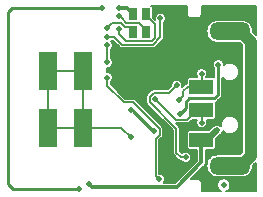
<source format=gbl>
G04 #@! TF.GenerationSoftware,KiCad,Pcbnew,5.1.6-c6e7f7d~86~ubuntu18.04.1*
G04 #@! TF.CreationDate,2020-06-25T15:29:40+02:00*
G04 #@! TF.ProjectId,nk-fido2,6e6b2d66-6964-46f3-922e-6b696361645f,R5*
G04 #@! TF.SameCoordinates,Original*
G04 #@! TF.FileFunction,Copper,L2,Bot*
G04 #@! TF.FilePolarity,Positive*
%FSLAX46Y46*%
G04 Gerber Fmt 4.6, Leading zero omitted, Abs format (unit mm)*
G04 Created by KiCad (PCBNEW 5.1.6-c6e7f7d~86~ubuntu18.04.1) date 2020-06-25 15:29:40*
%MOMM*%
%LPD*%
G01*
G04 APERTURE LIST*
G04 #@! TA.AperFunction,SMDPad,CuDef*
%ADD10R,1.500000X3.200000*%
G04 #@! TD*
G04 #@! TA.AperFunction,SMDPad,CuDef*
%ADD11R,1.998980X1.198880*%
G04 #@! TD*
G04 #@! TA.AperFunction,ComponentPad*
%ADD12O,3.500120X1.501140*%
G04 #@! TD*
G04 #@! TA.AperFunction,SMDPad,CuDef*
%ADD13R,0.800000X1.000000*%
G04 #@! TD*
G04 #@! TA.AperFunction,SMDPad,CuDef*
%ADD14C,0.500000*%
G04 #@! TD*
G04 #@! TA.AperFunction,ViaPad*
%ADD15C,0.500000*%
G04 #@! TD*
G04 #@! TA.AperFunction,Conductor*
%ADD16C,0.150000*%
G04 #@! TD*
G04 #@! TA.AperFunction,Conductor*
%ADD17C,1.000000*%
G04 #@! TD*
G04 #@! TA.AperFunction,Conductor*
%ADD18C,0.500000*%
G04 #@! TD*
G04 #@! TA.AperFunction,Conductor*
%ADD19C,0.300000*%
G04 #@! TD*
G04 #@! TA.AperFunction,Conductor*
%ADD20C,0.200000*%
G04 #@! TD*
G04 #@! TA.AperFunction,Conductor*
%ADD21C,0.254000*%
G04 #@! TD*
G04 #@! TA.AperFunction,Conductor*
%ADD22C,0.250000*%
G04 #@! TD*
G04 APERTURE END LIST*
D10*
X121589200Y-96705000D03*
X118589200Y-96705000D03*
X118589200Y-101465000D03*
X121589200Y-101465000D03*
D11*
X131599020Y-95512370D03*
X131599020Y-102512610D03*
X131599020Y-97996490D03*
X131599020Y-100013250D03*
D12*
X133999600Y-104712250D03*
X133999600Y-93312730D03*
D13*
X126879200Y-91860000D03*
X126879200Y-93360000D03*
X125779200Y-93360000D03*
X125779200Y-91860000D03*
D14*
X133479200Y-106350000D03*
D15*
X131629200Y-96900000D03*
X129669200Y-99145000D03*
X131629200Y-101050000D03*
X127710867Y-99088433D03*
X128029200Y-105835000D03*
X123629200Y-97235000D03*
X125602070Y-102307870D03*
X130279206Y-103985000D03*
X129516700Y-97885034D03*
X132929200Y-101700000D03*
X122049200Y-106265002D03*
X133029200Y-96150000D03*
X127579200Y-101785000D03*
X129829192Y-100284992D03*
X125679200Y-99985000D03*
X124629200Y-91324562D03*
X123629240Y-93799998D03*
X128139200Y-92215000D03*
X124626969Y-91984441D03*
X124629199Y-93160001D03*
X123634752Y-93018344D03*
X123629206Y-94500000D03*
X123629200Y-95934998D03*
X127659200Y-94975000D03*
X127659200Y-96125000D03*
X126499200Y-96125000D03*
X126499200Y-94975000D03*
X129529200Y-93150000D03*
X130829200Y-93350000D03*
X134879200Y-96185000D03*
X128809348Y-101785000D03*
X128204210Y-104485000D03*
X130020214Y-103354731D03*
X132629200Y-94485000D03*
X124515083Y-98099117D03*
X123209200Y-91355000D03*
X121259200Y-106635000D03*
D16*
X131629200Y-97966310D02*
X131599020Y-97996490D01*
X131629200Y-96900000D02*
X131629200Y-97966310D01*
X130449530Y-97996490D02*
X131599020Y-97996490D01*
X130039200Y-98406820D02*
X130449530Y-97996490D01*
X129669200Y-99145000D02*
X130039200Y-98775000D01*
X130039200Y-98775000D02*
X130039200Y-98406820D01*
X131629200Y-100043430D02*
X131599020Y-100013250D01*
X131629200Y-101050000D02*
X131629200Y-100043430D01*
X127960866Y-99338432D02*
X127710867Y-99088433D01*
X128279200Y-99656766D02*
X127960866Y-99338432D01*
X128407434Y-99785000D02*
X128279200Y-99656766D01*
X131198970Y-100013250D02*
X131599020Y-100013250D01*
X130417220Y-100795000D02*
X131198970Y-100013250D01*
X128279200Y-99656766D02*
X129417434Y-100795000D01*
X129417434Y-100795000D02*
X130417220Y-100795000D01*
X127729200Y-105535000D02*
X128029200Y-105835000D01*
X127729200Y-104885000D02*
X127729200Y-105535000D01*
X127729200Y-105035000D02*
X127729200Y-104885000D01*
X127729200Y-102435000D02*
X128079200Y-102085000D01*
X127729200Y-104885000D02*
X127729200Y-102435000D01*
X128079200Y-102085000D02*
X128079200Y-101585000D01*
X128079200Y-101585000D02*
X125829200Y-99335000D01*
X125729200Y-99335000D02*
X125029200Y-99335000D01*
X125729200Y-99335000D02*
X125079200Y-99335000D01*
X125829200Y-99335000D02*
X125729200Y-99335000D01*
X123629200Y-97935000D02*
X123629200Y-97235000D01*
X125029200Y-99335000D02*
X123629200Y-97935000D01*
X121876330Y-102307870D02*
X121819200Y-102365000D01*
X121802070Y-102307870D02*
X121649200Y-102155000D01*
X124759200Y-101465000D02*
X121589200Y-101465000D01*
X125602070Y-102307870D02*
X124759200Y-101465000D01*
X121589200Y-101465000D02*
X121589200Y-96705000D01*
X121589200Y-96705000D02*
X118589200Y-96705000D01*
X118589200Y-96705000D02*
X118589200Y-101465000D01*
X119489200Y-101465000D02*
X121589200Y-101465000D01*
X118589200Y-101465000D02*
X119489200Y-101465000D01*
X128876734Y-98525000D02*
X129516700Y-97885034D01*
X130224074Y-103985000D02*
X129870521Y-103985000D01*
X127559200Y-98525000D02*
X128876734Y-98525000D01*
X129479200Y-103593679D02*
X129479200Y-101559768D01*
X129870521Y-103985000D02*
X129479200Y-103593679D01*
X129479200Y-101559768D02*
X127235866Y-99316434D01*
X127235866Y-99316434D02*
X127235866Y-98848334D01*
X127235866Y-98848334D02*
X127559200Y-98525000D01*
X134316950Y-104712250D02*
X133999600Y-104712250D01*
X133999600Y-93312730D02*
X134441930Y-93312730D01*
D17*
X134916950Y-104712250D02*
X134316950Y-104712250D01*
X135779200Y-103850000D02*
X134916950Y-104712250D01*
X135779200Y-94200000D02*
X135779200Y-103850000D01*
X134441930Y-93312730D02*
X134891930Y-93312730D01*
X134891930Y-93312730D02*
X135779200Y-94200000D01*
D18*
X132116590Y-102512610D02*
X132929200Y-101700000D01*
D16*
X131599020Y-102512610D02*
X132116590Y-102512610D01*
D19*
X131599020Y-102512610D02*
X131599020Y-104415180D01*
X122299199Y-106515001D02*
X122049200Y-106265002D01*
X129499199Y-106515001D02*
X122299199Y-106515001D01*
X131599020Y-104415180D02*
X129499199Y-106515001D01*
X122079200Y-106295002D02*
X122049200Y-106265002D01*
D20*
X132979200Y-96150000D02*
X132979200Y-98735000D01*
D21*
X133029200Y-98685000D02*
X132879200Y-98835000D01*
X133029200Y-96150000D02*
X133029200Y-98685000D01*
D20*
X132979200Y-98735000D02*
X132879200Y-98835000D01*
D21*
X132879200Y-98835000D02*
X132729200Y-98985000D01*
D16*
X127479200Y-101785000D02*
X127579200Y-101785000D01*
D22*
X125779200Y-100035000D02*
X127490083Y-101745883D01*
X129829200Y-100285000D02*
X129829192Y-100284992D01*
X130079191Y-100034993D02*
X129829192Y-100284992D01*
X130279200Y-99834984D02*
X130079191Y-100034993D01*
X130279200Y-99295000D02*
X130279200Y-99834984D01*
X132729200Y-98985000D02*
X130589200Y-98985000D01*
X130589200Y-98985000D02*
X130279200Y-99295000D01*
D16*
X125779200Y-91785000D02*
X125779200Y-91860000D01*
D19*
X125729200Y-91785000D02*
X125779200Y-91785000D01*
X124629200Y-91324562D02*
X125268762Y-91324562D01*
X125268762Y-91324562D02*
X125729200Y-91785000D01*
D16*
X128139200Y-92568553D02*
X128139200Y-92215000D01*
X128139200Y-93829281D02*
X128139200Y-92568553D01*
X127508471Y-94460011D02*
X128139200Y-93829281D01*
X124904211Y-94460011D02*
X127508471Y-94460011D01*
X123629240Y-93799998D02*
X124244198Y-93799998D01*
X124244198Y-93799998D02*
X124904211Y-94460011D01*
X124876968Y-92234440D02*
X124626969Y-91984441D01*
X125252528Y-92610000D02*
X124876968Y-92234440D01*
X126279200Y-92610000D02*
X125252528Y-92610000D01*
X126879200Y-93360000D02*
X126879200Y-93210000D01*
X126879200Y-93210000D02*
X126279200Y-92610000D01*
X126879200Y-91960000D02*
X126879200Y-91860000D01*
X124629199Y-93559999D02*
X125229200Y-94160000D01*
X124629199Y-93160001D02*
X124629199Y-93559999D01*
X125229200Y-94160000D02*
X127384203Y-94160000D01*
X127384203Y-94160000D02*
X127654200Y-93890003D01*
X127654200Y-93890003D02*
X127654200Y-92735000D01*
X127654200Y-92735000D02*
X126879200Y-91960000D01*
X123634752Y-93018344D02*
X123884751Y-92768345D01*
X125132200Y-92960000D02*
X125779200Y-92960000D01*
X124782200Y-92610000D02*
X125132200Y-92960000D01*
X123634752Y-93018344D02*
X124043096Y-92610000D01*
X124043096Y-92610000D02*
X124782200Y-92610000D01*
X123629206Y-94500000D02*
X123629206Y-95934992D01*
X123629206Y-95934992D02*
X123629200Y-95934998D01*
D21*
X121259200Y-106635000D02*
X120789200Y-106635000D01*
X120789200Y-106635000D02*
X120719200Y-106705000D01*
X120719200Y-106705000D02*
X115689200Y-106705000D01*
X115689200Y-106705000D02*
X115209200Y-106225000D01*
X115209200Y-106225000D02*
X115209200Y-91685000D01*
X115539200Y-91355000D02*
X123209200Y-91355000D01*
X115209200Y-91685000D02*
X115539200Y-91355000D01*
D16*
G36*
X130375470Y-91886518D02*
G01*
X130374142Y-91900000D01*
X130379443Y-91953817D01*
X130395140Y-92005566D01*
X130406851Y-92027476D01*
X130420632Y-92053258D01*
X130454939Y-92095061D01*
X130496742Y-92129368D01*
X130544434Y-92154860D01*
X130596183Y-92170557D01*
X130650000Y-92175858D01*
X130663482Y-92174530D01*
X131336518Y-92174530D01*
X131350000Y-92175858D01*
X131363482Y-92174530D01*
X131403817Y-92170557D01*
X131455566Y-92154860D01*
X131503258Y-92129368D01*
X131545061Y-92095061D01*
X131579368Y-92053258D01*
X131604860Y-92005566D01*
X131620557Y-91953817D01*
X131625858Y-91900000D01*
X131624530Y-91886518D01*
X131624530Y-91149530D01*
X136225471Y-91149530D01*
X136225471Y-93620966D01*
X135973808Y-93369303D01*
X135979380Y-93312730D01*
X135960544Y-93121485D01*
X135904760Y-92937589D01*
X135814171Y-92768110D01*
X135692260Y-92619560D01*
X135543710Y-92497649D01*
X135374231Y-92407060D01*
X135190335Y-92351276D01*
X135047013Y-92337160D01*
X132952187Y-92337160D01*
X132808865Y-92351276D01*
X132624969Y-92407060D01*
X132455490Y-92497649D01*
X132306940Y-92619560D01*
X132185029Y-92768110D01*
X132094440Y-92937589D01*
X132038656Y-93121485D01*
X132019820Y-93312730D01*
X132038656Y-93503975D01*
X132094440Y-93687871D01*
X132185029Y-93857350D01*
X132306940Y-94005900D01*
X132455490Y-94127811D01*
X132624969Y-94218400D01*
X132808865Y-94274184D01*
X132952187Y-94288300D01*
X134842195Y-94288300D01*
X135054200Y-94500305D01*
X135054201Y-103549694D01*
X134867215Y-103736680D01*
X132952187Y-103736680D01*
X132808865Y-103750796D01*
X132624969Y-103806580D01*
X132455490Y-103897169D01*
X132306940Y-104019080D01*
X132185029Y-104167630D01*
X132094440Y-104337109D01*
X132038656Y-104521005D01*
X132019820Y-104712250D01*
X132038656Y-104903495D01*
X132094440Y-105087391D01*
X132185029Y-105256870D01*
X132306940Y-105405420D01*
X132455490Y-105527331D01*
X132624969Y-105617920D01*
X132808865Y-105673704D01*
X132952187Y-105687820D01*
X135047013Y-105687820D01*
X135190335Y-105673704D01*
X135374231Y-105617920D01*
X135543710Y-105527331D01*
X135692260Y-105405420D01*
X135814171Y-105256870D01*
X135904760Y-105087391D01*
X135960544Y-104903495D01*
X135979380Y-104712250D01*
X135976051Y-104678453D01*
X136225470Y-104429035D01*
X136225470Y-106875470D01*
X133713150Y-106875470D01*
X133751565Y-106859558D01*
X133845741Y-106796632D01*
X133925832Y-106716541D01*
X133988758Y-106622365D01*
X134032103Y-106517721D01*
X134054200Y-106406633D01*
X134054200Y-106293367D01*
X134032103Y-106182279D01*
X133988758Y-106077635D01*
X133925832Y-105983459D01*
X133845741Y-105903368D01*
X133751565Y-105840442D01*
X133646921Y-105797097D01*
X133535833Y-105775000D01*
X133422567Y-105775000D01*
X133311479Y-105797097D01*
X133206835Y-105840442D01*
X133112659Y-105903368D01*
X133032568Y-105983459D01*
X132969642Y-106077635D01*
X132926297Y-106182279D01*
X132904200Y-106293367D01*
X132904200Y-106406633D01*
X132926297Y-106517721D01*
X132969642Y-106622365D01*
X133032568Y-106716541D01*
X133112659Y-106796632D01*
X133206835Y-106859558D01*
X133245250Y-106875470D01*
X131624530Y-106875470D01*
X131624530Y-106113482D01*
X131625858Y-106100000D01*
X131620557Y-106046183D01*
X131604860Y-105994434D01*
X131579368Y-105946742D01*
X131545061Y-105904939D01*
X131503258Y-105870632D01*
X131455566Y-105845140D01*
X131403817Y-105829443D01*
X131363482Y-105825470D01*
X131350000Y-105824142D01*
X131336518Y-105825470D01*
X130719060Y-105825470D01*
X131851165Y-104693366D01*
X131865468Y-104681628D01*
X131877206Y-104667325D01*
X131877209Y-104667322D01*
X131912329Y-104624527D01*
X131947150Y-104559382D01*
X131951582Y-104544773D01*
X131968594Y-104488693D01*
X131974020Y-104433599D01*
X131974020Y-104433597D01*
X131975834Y-104415181D01*
X131974020Y-104396765D01*
X131974020Y-103338138D01*
X132598510Y-103338138D01*
X132642618Y-103333794D01*
X132685030Y-103320928D01*
X132724118Y-103300035D01*
X132758378Y-103271918D01*
X132786495Y-103237658D01*
X132807388Y-103198570D01*
X132820254Y-103156158D01*
X132824598Y-103112050D01*
X132824598Y-102476352D01*
X133281573Y-102019378D01*
X133298156Y-102002795D01*
X133311185Y-101983296D01*
X133326058Y-101965173D01*
X133337110Y-101944496D01*
X133350139Y-101924997D01*
X133359114Y-101903331D01*
X133370165Y-101882655D01*
X133376971Y-101860219D01*
X133385946Y-101838552D01*
X133390521Y-101815554D01*
X133397327Y-101793117D01*
X133399625Y-101769781D01*
X133401440Y-101760658D01*
X133505624Y-101864842D01*
X133632543Y-101949646D01*
X133773567Y-102008060D01*
X133923278Y-102037840D01*
X134075922Y-102037840D01*
X134225633Y-102008060D01*
X134366657Y-101949646D01*
X134493576Y-101864842D01*
X134601512Y-101756906D01*
X134686316Y-101629987D01*
X134744730Y-101488963D01*
X134774510Y-101339252D01*
X134774510Y-101186608D01*
X134744730Y-101036897D01*
X134686316Y-100895873D01*
X134601512Y-100768954D01*
X134493576Y-100661018D01*
X134366657Y-100576214D01*
X134225633Y-100517800D01*
X134075922Y-100488020D01*
X133923278Y-100488020D01*
X133773567Y-100517800D01*
X133632543Y-100576214D01*
X133505624Y-100661018D01*
X133397688Y-100768954D01*
X133312884Y-100895873D01*
X133254470Y-101036897D01*
X133224690Y-101186608D01*
X133224690Y-101326163D01*
X133212491Y-101318012D01*
X133194372Y-101303142D01*
X133173700Y-101292093D01*
X133154197Y-101279061D01*
X133132526Y-101270085D01*
X133111854Y-101259035D01*
X133089422Y-101252230D01*
X133067752Y-101243254D01*
X133044751Y-101238679D01*
X133022316Y-101231873D01*
X132998983Y-101229575D01*
X132975983Y-101225000D01*
X132952532Y-101225000D01*
X132929199Y-101222702D01*
X132905867Y-101225000D01*
X132882417Y-101225000D01*
X132859419Y-101229575D01*
X132836083Y-101231873D01*
X132813646Y-101238679D01*
X132790648Y-101243254D01*
X132768981Y-101252229D01*
X132746545Y-101259035D01*
X132725869Y-101270086D01*
X132704203Y-101279061D01*
X132684704Y-101292090D01*
X132664027Y-101303142D01*
X132645904Y-101318015D01*
X132626405Y-101331044D01*
X132270367Y-101687082D01*
X130599530Y-101687082D01*
X130555422Y-101691426D01*
X130513010Y-101704292D01*
X130473922Y-101725185D01*
X130439662Y-101753302D01*
X130411545Y-101787562D01*
X130390652Y-101826650D01*
X130377786Y-101869062D01*
X130373442Y-101913170D01*
X130373442Y-103112050D01*
X130377786Y-103156158D01*
X130390652Y-103198570D01*
X130411545Y-103237658D01*
X130439662Y-103271918D01*
X130473922Y-103300035D01*
X130513010Y-103320928D01*
X130555422Y-103333794D01*
X130599530Y-103338138D01*
X131224020Y-103338138D01*
X131224021Y-104259848D01*
X129343870Y-106140001D01*
X128395950Y-106140001D01*
X128398156Y-106137795D01*
X128450139Y-106059997D01*
X128485946Y-105973552D01*
X128504200Y-105881783D01*
X128504200Y-105788217D01*
X128485946Y-105696448D01*
X128450139Y-105610003D01*
X128398156Y-105532205D01*
X128331995Y-105466044D01*
X128254197Y-105414061D01*
X128167752Y-105378254D01*
X128075983Y-105360000D01*
X128029200Y-105360000D01*
X128029200Y-102559264D01*
X128280922Y-102307543D01*
X128292358Y-102298158D01*
X128301744Y-102286721D01*
X128301750Y-102286715D01*
X128329847Y-102252478D01*
X128357704Y-102200361D01*
X128365918Y-102173282D01*
X128374859Y-102143810D01*
X128379200Y-102099733D01*
X128379200Y-102099730D01*
X128380651Y-102085000D01*
X128379200Y-102070270D01*
X128379200Y-101599730D01*
X128380651Y-101585000D01*
X128378189Y-101560003D01*
X128374859Y-101526190D01*
X128357704Y-101469640D01*
X128355224Y-101465000D01*
X128329847Y-101417522D01*
X128301750Y-101383286D01*
X128301749Y-101383285D01*
X128292358Y-101371842D01*
X128280915Y-101362451D01*
X126051753Y-99133290D01*
X126042358Y-99121842D01*
X125996677Y-99084353D01*
X125944560Y-99056496D01*
X125888010Y-99039341D01*
X125843933Y-99035000D01*
X125843923Y-99035000D01*
X125829200Y-99033550D01*
X125814477Y-99035000D01*
X125153464Y-99035000D01*
X124966798Y-98848334D01*
X126934416Y-98848334D01*
X126935867Y-98863066D01*
X126935866Y-99301711D01*
X126934416Y-99316434D01*
X126935866Y-99331157D01*
X126935866Y-99331166D01*
X126940207Y-99375243D01*
X126957362Y-99431793D01*
X126963677Y-99443608D01*
X126985219Y-99483911D01*
X127000456Y-99502477D01*
X127022708Y-99529592D01*
X127034156Y-99538987D01*
X129179201Y-101684033D01*
X129179200Y-103578956D01*
X129177750Y-103593679D01*
X129179200Y-103608402D01*
X129179200Y-103608411D01*
X129183541Y-103652488D01*
X129200696Y-103709038D01*
X129200697Y-103709039D01*
X129228553Y-103761156D01*
X129237323Y-103771842D01*
X129266042Y-103806837D01*
X129277490Y-103816232D01*
X129647972Y-104186715D01*
X129657363Y-104198158D01*
X129668806Y-104207549D01*
X129703043Y-104235647D01*
X129730900Y-104250536D01*
X129755161Y-104263504D01*
X129811711Y-104280659D01*
X129855788Y-104285000D01*
X129855800Y-104285000D01*
X129870520Y-104286450D01*
X129885240Y-104285000D01*
X129908382Y-104285000D01*
X129910250Y-104287795D01*
X129976411Y-104353956D01*
X130054209Y-104405939D01*
X130140654Y-104441746D01*
X130232423Y-104460000D01*
X130325989Y-104460000D01*
X130417758Y-104441746D01*
X130504203Y-104405939D01*
X130582001Y-104353956D01*
X130648162Y-104287795D01*
X130700145Y-104209997D01*
X130735952Y-104123552D01*
X130754206Y-104031783D01*
X130754206Y-103938217D01*
X130735952Y-103846448D01*
X130700145Y-103760003D01*
X130648162Y-103682205D01*
X130582001Y-103616044D01*
X130504203Y-103564061D01*
X130417758Y-103528254D01*
X130325989Y-103510000D01*
X130232423Y-103510000D01*
X130140654Y-103528254D01*
X130054209Y-103564061D01*
X129976411Y-103616044D01*
X129951120Y-103641335D01*
X129779200Y-103469416D01*
X129779200Y-101574490D01*
X129780650Y-101559767D01*
X129779200Y-101545044D01*
X129779200Y-101545035D01*
X129774859Y-101500958D01*
X129757704Y-101444408D01*
X129732474Y-101397205D01*
X129729847Y-101392290D01*
X129701749Y-101358053D01*
X129692358Y-101346610D01*
X129680915Y-101337219D01*
X129438696Y-101095000D01*
X130402497Y-101095000D01*
X130417220Y-101096450D01*
X130431943Y-101095000D01*
X130431953Y-101095000D01*
X130476030Y-101090659D01*
X130532580Y-101073504D01*
X130584697Y-101045647D01*
X130630378Y-101008158D01*
X130639773Y-100996710D01*
X130797705Y-100838778D01*
X131202555Y-100838778D01*
X131172454Y-100911448D01*
X131154200Y-101003217D01*
X131154200Y-101096783D01*
X131172454Y-101188552D01*
X131208261Y-101274997D01*
X131260244Y-101352795D01*
X131326405Y-101418956D01*
X131404203Y-101470939D01*
X131490648Y-101506746D01*
X131582417Y-101525000D01*
X131675983Y-101525000D01*
X131767752Y-101506746D01*
X131854197Y-101470939D01*
X131931995Y-101418956D01*
X131998156Y-101352795D01*
X132050139Y-101274997D01*
X132085946Y-101188552D01*
X132104200Y-101096783D01*
X132104200Y-101003217D01*
X132085946Y-100911448D01*
X132055845Y-100838778D01*
X132598510Y-100838778D01*
X132642618Y-100834434D01*
X132685030Y-100821568D01*
X132724118Y-100800675D01*
X132758378Y-100772558D01*
X132786495Y-100738298D01*
X132807388Y-100699210D01*
X132820254Y-100656798D01*
X132824598Y-100612690D01*
X132824598Y-99413810D01*
X132820254Y-99369702D01*
X132807896Y-99328966D01*
X132864556Y-99311778D01*
X132925707Y-99279093D01*
X132965874Y-99246128D01*
X133265867Y-98946135D01*
X133279306Y-98935106D01*
X133323293Y-98881507D01*
X133355979Y-98820356D01*
X133376107Y-98754004D01*
X133381200Y-98702292D01*
X133381200Y-98702290D01*
X133382903Y-98685001D01*
X133381200Y-98667712D01*
X133381200Y-97231350D01*
X133397688Y-97256026D01*
X133505624Y-97363962D01*
X133632543Y-97448766D01*
X133773567Y-97507180D01*
X133923278Y-97536960D01*
X134075922Y-97536960D01*
X134225633Y-97507180D01*
X134366657Y-97448766D01*
X134493576Y-97363962D01*
X134601512Y-97256026D01*
X134686316Y-97129107D01*
X134744730Y-96988083D01*
X134774510Y-96838372D01*
X134774510Y-96685728D01*
X134744730Y-96536017D01*
X134686316Y-96394993D01*
X134601512Y-96268074D01*
X134493576Y-96160138D01*
X134366657Y-96075334D01*
X134225633Y-96016920D01*
X134075922Y-95987140D01*
X133923278Y-95987140D01*
X133773567Y-96016920D01*
X133632543Y-96075334D01*
X133505624Y-96160138D01*
X133504200Y-96161562D01*
X133504200Y-96103217D01*
X133485946Y-96011448D01*
X133450139Y-95925003D01*
X133398156Y-95847205D01*
X133331995Y-95781044D01*
X133254197Y-95729061D01*
X133167752Y-95693254D01*
X133075983Y-95675000D01*
X132982417Y-95675000D01*
X132890648Y-95693254D01*
X132804203Y-95729061D01*
X132726405Y-95781044D01*
X132660244Y-95847205D01*
X132608261Y-95925003D01*
X132572454Y-96011448D01*
X132554200Y-96103217D01*
X132554200Y-96196783D01*
X132572454Y-96288552D01*
X132608261Y-96374997D01*
X132654200Y-96443750D01*
X132654200Y-97178820D01*
X132642618Y-97175306D01*
X132598510Y-97170962D01*
X132019426Y-97170962D01*
X132050139Y-97124997D01*
X132085946Y-97038552D01*
X132104200Y-96946783D01*
X132104200Y-96853217D01*
X132085946Y-96761448D01*
X132050139Y-96675003D01*
X131998156Y-96597205D01*
X131931995Y-96531044D01*
X131854197Y-96479061D01*
X131767752Y-96443254D01*
X131675983Y-96425000D01*
X131582417Y-96425000D01*
X131490648Y-96443254D01*
X131404203Y-96479061D01*
X131326405Y-96531044D01*
X131260244Y-96597205D01*
X131208261Y-96675003D01*
X131172454Y-96761448D01*
X131154200Y-96853217D01*
X131154200Y-96946783D01*
X131172454Y-97038552D01*
X131208261Y-97124997D01*
X131238974Y-97170962D01*
X130599530Y-97170962D01*
X130555422Y-97175306D01*
X130513010Y-97188172D01*
X130473922Y-97209065D01*
X130439662Y-97237182D01*
X130411545Y-97271442D01*
X130390652Y-97310530D01*
X130377786Y-97352942D01*
X130373442Y-97397050D01*
X130373442Y-97706072D01*
X130334170Y-97717986D01*
X130309909Y-97730954D01*
X130282052Y-97745843D01*
X130247815Y-97773941D01*
X130236372Y-97783332D01*
X130226981Y-97794775D01*
X129955963Y-98065794D01*
X129973446Y-98023586D01*
X129991700Y-97931817D01*
X129991700Y-97838251D01*
X129973446Y-97746482D01*
X129937639Y-97660037D01*
X129885656Y-97582239D01*
X129819495Y-97516078D01*
X129741697Y-97464095D01*
X129655252Y-97428288D01*
X129563483Y-97410034D01*
X129469917Y-97410034D01*
X129378148Y-97428288D01*
X129291703Y-97464095D01*
X129213905Y-97516078D01*
X129147744Y-97582239D01*
X129095761Y-97660037D01*
X129059954Y-97746482D01*
X129041700Y-97838251D01*
X129041700Y-97931817D01*
X129042356Y-97935114D01*
X128752471Y-98225000D01*
X127573922Y-98225000D01*
X127559199Y-98223550D01*
X127544476Y-98225000D01*
X127544467Y-98225000D01*
X127500390Y-98229341D01*
X127443840Y-98246496D01*
X127429820Y-98253990D01*
X127391722Y-98274353D01*
X127362982Y-98297940D01*
X127346042Y-98311842D01*
X127336651Y-98323285D01*
X127034151Y-98625786D01*
X127022709Y-98635176D01*
X127013318Y-98646619D01*
X127013317Y-98646620D01*
X126985219Y-98680857D01*
X126957363Y-98732974D01*
X126940208Y-98789524D01*
X126934416Y-98848334D01*
X124966798Y-98848334D01*
X123929200Y-97810737D01*
X123929200Y-97605824D01*
X123931995Y-97603956D01*
X123998156Y-97537795D01*
X124050139Y-97459997D01*
X124085946Y-97373552D01*
X124104200Y-97281783D01*
X124104200Y-97188217D01*
X124085946Y-97096448D01*
X124050139Y-97010003D01*
X123998156Y-96932205D01*
X123931995Y-96866044D01*
X123854197Y-96814061D01*
X123767752Y-96778254D01*
X123675983Y-96760000D01*
X123604200Y-96760000D01*
X123604200Y-96409998D01*
X123675983Y-96409998D01*
X123767752Y-96391744D01*
X123854197Y-96355937D01*
X123931995Y-96303954D01*
X123998156Y-96237793D01*
X124050139Y-96159995D01*
X124085946Y-96073550D01*
X124104200Y-95981781D01*
X124104200Y-95888215D01*
X124085946Y-95796446D01*
X124050139Y-95710001D01*
X123998156Y-95632203D01*
X123931995Y-95566042D01*
X123929206Y-95564178D01*
X123929206Y-94870824D01*
X123932001Y-94868956D01*
X123998162Y-94802795D01*
X124050145Y-94724997D01*
X124085952Y-94638552D01*
X124104206Y-94546783D01*
X124104206Y-94453217D01*
X124085952Y-94361448D01*
X124050145Y-94275003D01*
X123998162Y-94197205D01*
X123950973Y-94150016D01*
X123998196Y-94102793D01*
X124000064Y-94099998D01*
X124119935Y-94099998D01*
X124681662Y-94661726D01*
X124691053Y-94673169D01*
X124702496Y-94682560D01*
X124736733Y-94710658D01*
X124745104Y-94715132D01*
X124788851Y-94738515D01*
X124845401Y-94755670D01*
X124889478Y-94760011D01*
X124889487Y-94760011D01*
X124904210Y-94761461D01*
X124918933Y-94760011D01*
X127493748Y-94760011D01*
X127508471Y-94761461D01*
X127523194Y-94760011D01*
X127523204Y-94760011D01*
X127567281Y-94755670D01*
X127623831Y-94738515D01*
X127675948Y-94710658D01*
X127721629Y-94673169D01*
X127731024Y-94661721D01*
X128340917Y-94051828D01*
X128352358Y-94042439D01*
X128366674Y-94024995D01*
X128389847Y-93996759D01*
X128405499Y-93967475D01*
X128417704Y-93944641D01*
X128434859Y-93888091D01*
X128439200Y-93844014D01*
X128439200Y-93844004D01*
X128440650Y-93829281D01*
X128439200Y-93814558D01*
X128439200Y-92585824D01*
X128441995Y-92583956D01*
X128508156Y-92517795D01*
X128560139Y-92439997D01*
X128595946Y-92353552D01*
X128614200Y-92261783D01*
X128614200Y-92168217D01*
X128595946Y-92076448D01*
X128560139Y-91990003D01*
X128508156Y-91912205D01*
X128441995Y-91846044D01*
X128364197Y-91794061D01*
X128277752Y-91758254D01*
X128185983Y-91740000D01*
X128092417Y-91740000D01*
X128000648Y-91758254D01*
X127914203Y-91794061D01*
X127836405Y-91846044D01*
X127770244Y-91912205D01*
X127718261Y-91990003D01*
X127682454Y-92076448D01*
X127664200Y-92168217D01*
X127664200Y-92261783D01*
X127678838Y-92335375D01*
X127505288Y-92161824D01*
X127505288Y-91360000D01*
X127500944Y-91315892D01*
X127488078Y-91273480D01*
X127467185Y-91234392D01*
X127439068Y-91200132D01*
X127404808Y-91172015D01*
X127365720Y-91151122D01*
X127360472Y-91149530D01*
X130375471Y-91149530D01*
X130375470Y-91886518D01*
G37*
X130375470Y-91886518D02*
X130374142Y-91900000D01*
X130379443Y-91953817D01*
X130395140Y-92005566D01*
X130406851Y-92027476D01*
X130420632Y-92053258D01*
X130454939Y-92095061D01*
X130496742Y-92129368D01*
X130544434Y-92154860D01*
X130596183Y-92170557D01*
X130650000Y-92175858D01*
X130663482Y-92174530D01*
X131336518Y-92174530D01*
X131350000Y-92175858D01*
X131363482Y-92174530D01*
X131403817Y-92170557D01*
X131455566Y-92154860D01*
X131503258Y-92129368D01*
X131545061Y-92095061D01*
X131579368Y-92053258D01*
X131604860Y-92005566D01*
X131620557Y-91953817D01*
X131625858Y-91900000D01*
X131624530Y-91886518D01*
X131624530Y-91149530D01*
X136225471Y-91149530D01*
X136225471Y-93620966D01*
X135973808Y-93369303D01*
X135979380Y-93312730D01*
X135960544Y-93121485D01*
X135904760Y-92937589D01*
X135814171Y-92768110D01*
X135692260Y-92619560D01*
X135543710Y-92497649D01*
X135374231Y-92407060D01*
X135190335Y-92351276D01*
X135047013Y-92337160D01*
X132952187Y-92337160D01*
X132808865Y-92351276D01*
X132624969Y-92407060D01*
X132455490Y-92497649D01*
X132306940Y-92619560D01*
X132185029Y-92768110D01*
X132094440Y-92937589D01*
X132038656Y-93121485D01*
X132019820Y-93312730D01*
X132038656Y-93503975D01*
X132094440Y-93687871D01*
X132185029Y-93857350D01*
X132306940Y-94005900D01*
X132455490Y-94127811D01*
X132624969Y-94218400D01*
X132808865Y-94274184D01*
X132952187Y-94288300D01*
X134842195Y-94288300D01*
X135054200Y-94500305D01*
X135054201Y-103549694D01*
X134867215Y-103736680D01*
X132952187Y-103736680D01*
X132808865Y-103750796D01*
X132624969Y-103806580D01*
X132455490Y-103897169D01*
X132306940Y-104019080D01*
X132185029Y-104167630D01*
X132094440Y-104337109D01*
X132038656Y-104521005D01*
X132019820Y-104712250D01*
X132038656Y-104903495D01*
X132094440Y-105087391D01*
X132185029Y-105256870D01*
X132306940Y-105405420D01*
X132455490Y-105527331D01*
X132624969Y-105617920D01*
X132808865Y-105673704D01*
X132952187Y-105687820D01*
X135047013Y-105687820D01*
X135190335Y-105673704D01*
X135374231Y-105617920D01*
X135543710Y-105527331D01*
X135692260Y-105405420D01*
X135814171Y-105256870D01*
X135904760Y-105087391D01*
X135960544Y-104903495D01*
X135979380Y-104712250D01*
X135976051Y-104678453D01*
X136225470Y-104429035D01*
X136225470Y-106875470D01*
X133713150Y-106875470D01*
X133751565Y-106859558D01*
X133845741Y-106796632D01*
X133925832Y-106716541D01*
X133988758Y-106622365D01*
X134032103Y-106517721D01*
X134054200Y-106406633D01*
X134054200Y-106293367D01*
X134032103Y-106182279D01*
X133988758Y-106077635D01*
X133925832Y-105983459D01*
X133845741Y-105903368D01*
X133751565Y-105840442D01*
X133646921Y-105797097D01*
X133535833Y-105775000D01*
X133422567Y-105775000D01*
X133311479Y-105797097D01*
X133206835Y-105840442D01*
X133112659Y-105903368D01*
X133032568Y-105983459D01*
X132969642Y-106077635D01*
X132926297Y-106182279D01*
X132904200Y-106293367D01*
X132904200Y-106406633D01*
X132926297Y-106517721D01*
X132969642Y-106622365D01*
X133032568Y-106716541D01*
X133112659Y-106796632D01*
X133206835Y-106859558D01*
X133245250Y-106875470D01*
X131624530Y-106875470D01*
X131624530Y-106113482D01*
X131625858Y-106100000D01*
X131620557Y-106046183D01*
X131604860Y-105994434D01*
X131579368Y-105946742D01*
X131545061Y-105904939D01*
X131503258Y-105870632D01*
X131455566Y-105845140D01*
X131403817Y-105829443D01*
X131363482Y-105825470D01*
X131350000Y-105824142D01*
X131336518Y-105825470D01*
X130719060Y-105825470D01*
X131851165Y-104693366D01*
X131865468Y-104681628D01*
X131877206Y-104667325D01*
X131877209Y-104667322D01*
X131912329Y-104624527D01*
X131947150Y-104559382D01*
X131951582Y-104544773D01*
X131968594Y-104488693D01*
X131974020Y-104433599D01*
X131974020Y-104433597D01*
X131975834Y-104415181D01*
X131974020Y-104396765D01*
X131974020Y-103338138D01*
X132598510Y-103338138D01*
X132642618Y-103333794D01*
X132685030Y-103320928D01*
X132724118Y-103300035D01*
X132758378Y-103271918D01*
X132786495Y-103237658D01*
X132807388Y-103198570D01*
X132820254Y-103156158D01*
X132824598Y-103112050D01*
X132824598Y-102476352D01*
X133281573Y-102019378D01*
X133298156Y-102002795D01*
X133311185Y-101983296D01*
X133326058Y-101965173D01*
X133337110Y-101944496D01*
X133350139Y-101924997D01*
X133359114Y-101903331D01*
X133370165Y-101882655D01*
X133376971Y-101860219D01*
X133385946Y-101838552D01*
X133390521Y-101815554D01*
X133397327Y-101793117D01*
X133399625Y-101769781D01*
X133401440Y-101760658D01*
X133505624Y-101864842D01*
X133632543Y-101949646D01*
X133773567Y-102008060D01*
X133923278Y-102037840D01*
X134075922Y-102037840D01*
X134225633Y-102008060D01*
X134366657Y-101949646D01*
X134493576Y-101864842D01*
X134601512Y-101756906D01*
X134686316Y-101629987D01*
X134744730Y-101488963D01*
X134774510Y-101339252D01*
X134774510Y-101186608D01*
X134744730Y-101036897D01*
X134686316Y-100895873D01*
X134601512Y-100768954D01*
X134493576Y-100661018D01*
X134366657Y-100576214D01*
X134225633Y-100517800D01*
X134075922Y-100488020D01*
X133923278Y-100488020D01*
X133773567Y-100517800D01*
X133632543Y-100576214D01*
X133505624Y-100661018D01*
X133397688Y-100768954D01*
X133312884Y-100895873D01*
X133254470Y-101036897D01*
X133224690Y-101186608D01*
X133224690Y-101326163D01*
X133212491Y-101318012D01*
X133194372Y-101303142D01*
X133173700Y-101292093D01*
X133154197Y-101279061D01*
X133132526Y-101270085D01*
X133111854Y-101259035D01*
X133089422Y-101252230D01*
X133067752Y-101243254D01*
X133044751Y-101238679D01*
X133022316Y-101231873D01*
X132998983Y-101229575D01*
X132975983Y-101225000D01*
X132952532Y-101225000D01*
X132929199Y-101222702D01*
X132905867Y-101225000D01*
X132882417Y-101225000D01*
X132859419Y-101229575D01*
X132836083Y-101231873D01*
X132813646Y-101238679D01*
X132790648Y-101243254D01*
X132768981Y-101252229D01*
X132746545Y-101259035D01*
X132725869Y-101270086D01*
X132704203Y-101279061D01*
X132684704Y-101292090D01*
X132664027Y-101303142D01*
X132645904Y-101318015D01*
X132626405Y-101331044D01*
X132270367Y-101687082D01*
X130599530Y-101687082D01*
X130555422Y-101691426D01*
X130513010Y-101704292D01*
X130473922Y-101725185D01*
X130439662Y-101753302D01*
X130411545Y-101787562D01*
X130390652Y-101826650D01*
X130377786Y-101869062D01*
X130373442Y-101913170D01*
X130373442Y-103112050D01*
X130377786Y-103156158D01*
X130390652Y-103198570D01*
X130411545Y-103237658D01*
X130439662Y-103271918D01*
X130473922Y-103300035D01*
X130513010Y-103320928D01*
X130555422Y-103333794D01*
X130599530Y-103338138D01*
X131224020Y-103338138D01*
X131224021Y-104259848D01*
X129343870Y-106140001D01*
X128395950Y-106140001D01*
X128398156Y-106137795D01*
X128450139Y-106059997D01*
X128485946Y-105973552D01*
X128504200Y-105881783D01*
X128504200Y-105788217D01*
X128485946Y-105696448D01*
X128450139Y-105610003D01*
X128398156Y-105532205D01*
X128331995Y-105466044D01*
X128254197Y-105414061D01*
X128167752Y-105378254D01*
X128075983Y-105360000D01*
X128029200Y-105360000D01*
X128029200Y-102559264D01*
X128280922Y-102307543D01*
X128292358Y-102298158D01*
X128301744Y-102286721D01*
X128301750Y-102286715D01*
X128329847Y-102252478D01*
X128357704Y-102200361D01*
X128365918Y-102173282D01*
X128374859Y-102143810D01*
X128379200Y-102099733D01*
X128379200Y-102099730D01*
X128380651Y-102085000D01*
X128379200Y-102070270D01*
X128379200Y-101599730D01*
X128380651Y-101585000D01*
X128378189Y-101560003D01*
X128374859Y-101526190D01*
X128357704Y-101469640D01*
X128355224Y-101465000D01*
X128329847Y-101417522D01*
X128301750Y-101383286D01*
X128301749Y-101383285D01*
X128292358Y-101371842D01*
X128280915Y-101362451D01*
X126051753Y-99133290D01*
X126042358Y-99121842D01*
X125996677Y-99084353D01*
X125944560Y-99056496D01*
X125888010Y-99039341D01*
X125843933Y-99035000D01*
X125843923Y-99035000D01*
X125829200Y-99033550D01*
X125814477Y-99035000D01*
X125153464Y-99035000D01*
X124966798Y-98848334D01*
X126934416Y-98848334D01*
X126935867Y-98863066D01*
X126935866Y-99301711D01*
X126934416Y-99316434D01*
X126935866Y-99331157D01*
X126935866Y-99331166D01*
X126940207Y-99375243D01*
X126957362Y-99431793D01*
X126963677Y-99443608D01*
X126985219Y-99483911D01*
X127000456Y-99502477D01*
X127022708Y-99529592D01*
X127034156Y-99538987D01*
X129179201Y-101684033D01*
X129179200Y-103578956D01*
X129177750Y-103593679D01*
X129179200Y-103608402D01*
X129179200Y-103608411D01*
X129183541Y-103652488D01*
X129200696Y-103709038D01*
X129200697Y-103709039D01*
X129228553Y-103761156D01*
X129237323Y-103771842D01*
X129266042Y-103806837D01*
X129277490Y-103816232D01*
X129647972Y-104186715D01*
X129657363Y-104198158D01*
X129668806Y-104207549D01*
X129703043Y-104235647D01*
X129730900Y-104250536D01*
X129755161Y-104263504D01*
X129811711Y-104280659D01*
X129855788Y-104285000D01*
X129855800Y-104285000D01*
X129870520Y-104286450D01*
X129885240Y-104285000D01*
X129908382Y-104285000D01*
X129910250Y-104287795D01*
X129976411Y-104353956D01*
X130054209Y-104405939D01*
X130140654Y-104441746D01*
X130232423Y-104460000D01*
X130325989Y-104460000D01*
X130417758Y-104441746D01*
X130504203Y-104405939D01*
X130582001Y-104353956D01*
X130648162Y-104287795D01*
X130700145Y-104209997D01*
X130735952Y-104123552D01*
X130754206Y-104031783D01*
X130754206Y-103938217D01*
X130735952Y-103846448D01*
X130700145Y-103760003D01*
X130648162Y-103682205D01*
X130582001Y-103616044D01*
X130504203Y-103564061D01*
X130417758Y-103528254D01*
X130325989Y-103510000D01*
X130232423Y-103510000D01*
X130140654Y-103528254D01*
X130054209Y-103564061D01*
X129976411Y-103616044D01*
X129951120Y-103641335D01*
X129779200Y-103469416D01*
X129779200Y-101574490D01*
X129780650Y-101559767D01*
X129779200Y-101545044D01*
X129779200Y-101545035D01*
X129774859Y-101500958D01*
X129757704Y-101444408D01*
X129732474Y-101397205D01*
X129729847Y-101392290D01*
X129701749Y-101358053D01*
X129692358Y-101346610D01*
X129680915Y-101337219D01*
X129438696Y-101095000D01*
X130402497Y-101095000D01*
X130417220Y-101096450D01*
X130431943Y-101095000D01*
X130431953Y-101095000D01*
X130476030Y-101090659D01*
X130532580Y-101073504D01*
X130584697Y-101045647D01*
X130630378Y-101008158D01*
X130639773Y-100996710D01*
X130797705Y-100838778D01*
X131202555Y-100838778D01*
X131172454Y-100911448D01*
X131154200Y-101003217D01*
X131154200Y-101096783D01*
X131172454Y-101188552D01*
X131208261Y-101274997D01*
X131260244Y-101352795D01*
X131326405Y-101418956D01*
X131404203Y-101470939D01*
X131490648Y-101506746D01*
X131582417Y-101525000D01*
X131675983Y-101525000D01*
X131767752Y-101506746D01*
X131854197Y-101470939D01*
X131931995Y-101418956D01*
X131998156Y-101352795D01*
X132050139Y-101274997D01*
X132085946Y-101188552D01*
X132104200Y-101096783D01*
X132104200Y-101003217D01*
X132085946Y-100911448D01*
X132055845Y-100838778D01*
X132598510Y-100838778D01*
X132642618Y-100834434D01*
X132685030Y-100821568D01*
X132724118Y-100800675D01*
X132758378Y-100772558D01*
X132786495Y-100738298D01*
X132807388Y-100699210D01*
X132820254Y-100656798D01*
X132824598Y-100612690D01*
X132824598Y-99413810D01*
X132820254Y-99369702D01*
X132807896Y-99328966D01*
X132864556Y-99311778D01*
X132925707Y-99279093D01*
X132965874Y-99246128D01*
X133265867Y-98946135D01*
X133279306Y-98935106D01*
X133323293Y-98881507D01*
X133355979Y-98820356D01*
X133376107Y-98754004D01*
X133381200Y-98702292D01*
X133381200Y-98702290D01*
X133382903Y-98685001D01*
X133381200Y-98667712D01*
X133381200Y-97231350D01*
X133397688Y-97256026D01*
X133505624Y-97363962D01*
X133632543Y-97448766D01*
X133773567Y-97507180D01*
X133923278Y-97536960D01*
X134075922Y-97536960D01*
X134225633Y-97507180D01*
X134366657Y-97448766D01*
X134493576Y-97363962D01*
X134601512Y-97256026D01*
X134686316Y-97129107D01*
X134744730Y-96988083D01*
X134774510Y-96838372D01*
X134774510Y-96685728D01*
X134744730Y-96536017D01*
X134686316Y-96394993D01*
X134601512Y-96268074D01*
X134493576Y-96160138D01*
X134366657Y-96075334D01*
X134225633Y-96016920D01*
X134075922Y-95987140D01*
X133923278Y-95987140D01*
X133773567Y-96016920D01*
X133632543Y-96075334D01*
X133505624Y-96160138D01*
X133504200Y-96161562D01*
X133504200Y-96103217D01*
X133485946Y-96011448D01*
X133450139Y-95925003D01*
X133398156Y-95847205D01*
X133331995Y-95781044D01*
X133254197Y-95729061D01*
X133167752Y-95693254D01*
X133075983Y-95675000D01*
X132982417Y-95675000D01*
X132890648Y-95693254D01*
X132804203Y-95729061D01*
X132726405Y-95781044D01*
X132660244Y-95847205D01*
X132608261Y-95925003D01*
X132572454Y-96011448D01*
X132554200Y-96103217D01*
X132554200Y-96196783D01*
X132572454Y-96288552D01*
X132608261Y-96374997D01*
X132654200Y-96443750D01*
X132654200Y-97178820D01*
X132642618Y-97175306D01*
X132598510Y-97170962D01*
X132019426Y-97170962D01*
X132050139Y-97124997D01*
X132085946Y-97038552D01*
X132104200Y-96946783D01*
X132104200Y-96853217D01*
X132085946Y-96761448D01*
X132050139Y-96675003D01*
X131998156Y-96597205D01*
X131931995Y-96531044D01*
X131854197Y-96479061D01*
X131767752Y-96443254D01*
X131675983Y-96425000D01*
X131582417Y-96425000D01*
X131490648Y-96443254D01*
X131404203Y-96479061D01*
X131326405Y-96531044D01*
X131260244Y-96597205D01*
X131208261Y-96675003D01*
X131172454Y-96761448D01*
X131154200Y-96853217D01*
X131154200Y-96946783D01*
X131172454Y-97038552D01*
X131208261Y-97124997D01*
X131238974Y-97170962D01*
X130599530Y-97170962D01*
X130555422Y-97175306D01*
X130513010Y-97188172D01*
X130473922Y-97209065D01*
X130439662Y-97237182D01*
X130411545Y-97271442D01*
X130390652Y-97310530D01*
X130377786Y-97352942D01*
X130373442Y-97397050D01*
X130373442Y-97706072D01*
X130334170Y-97717986D01*
X130309909Y-97730954D01*
X130282052Y-97745843D01*
X130247815Y-97773941D01*
X130236372Y-97783332D01*
X130226981Y-97794775D01*
X129955963Y-98065794D01*
X129973446Y-98023586D01*
X129991700Y-97931817D01*
X129991700Y-97838251D01*
X129973446Y-97746482D01*
X129937639Y-97660037D01*
X129885656Y-97582239D01*
X129819495Y-97516078D01*
X129741697Y-97464095D01*
X129655252Y-97428288D01*
X129563483Y-97410034D01*
X129469917Y-97410034D01*
X129378148Y-97428288D01*
X129291703Y-97464095D01*
X129213905Y-97516078D01*
X129147744Y-97582239D01*
X129095761Y-97660037D01*
X129059954Y-97746482D01*
X129041700Y-97838251D01*
X129041700Y-97931817D01*
X129042356Y-97935114D01*
X128752471Y-98225000D01*
X127573922Y-98225000D01*
X127559199Y-98223550D01*
X127544476Y-98225000D01*
X127544467Y-98225000D01*
X127500390Y-98229341D01*
X127443840Y-98246496D01*
X127429820Y-98253990D01*
X127391722Y-98274353D01*
X127362982Y-98297940D01*
X127346042Y-98311842D01*
X127336651Y-98323285D01*
X127034151Y-98625786D01*
X127022709Y-98635176D01*
X127013318Y-98646619D01*
X127013317Y-98646620D01*
X126985219Y-98680857D01*
X126957363Y-98732974D01*
X126940208Y-98789524D01*
X126934416Y-98848334D01*
X124966798Y-98848334D01*
X123929200Y-97810737D01*
X123929200Y-97605824D01*
X123931995Y-97603956D01*
X123998156Y-97537795D01*
X124050139Y-97459997D01*
X124085946Y-97373552D01*
X124104200Y-97281783D01*
X124104200Y-97188217D01*
X124085946Y-97096448D01*
X124050139Y-97010003D01*
X123998156Y-96932205D01*
X123931995Y-96866044D01*
X123854197Y-96814061D01*
X123767752Y-96778254D01*
X123675983Y-96760000D01*
X123604200Y-96760000D01*
X123604200Y-96409998D01*
X123675983Y-96409998D01*
X123767752Y-96391744D01*
X123854197Y-96355937D01*
X123931995Y-96303954D01*
X123998156Y-96237793D01*
X124050139Y-96159995D01*
X124085946Y-96073550D01*
X124104200Y-95981781D01*
X124104200Y-95888215D01*
X124085946Y-95796446D01*
X124050139Y-95710001D01*
X123998156Y-95632203D01*
X123931995Y-95566042D01*
X123929206Y-95564178D01*
X123929206Y-94870824D01*
X123932001Y-94868956D01*
X123998162Y-94802795D01*
X124050145Y-94724997D01*
X124085952Y-94638552D01*
X124104206Y-94546783D01*
X124104206Y-94453217D01*
X124085952Y-94361448D01*
X124050145Y-94275003D01*
X123998162Y-94197205D01*
X123950973Y-94150016D01*
X123998196Y-94102793D01*
X124000064Y-94099998D01*
X124119935Y-94099998D01*
X124681662Y-94661726D01*
X124691053Y-94673169D01*
X124702496Y-94682560D01*
X124736733Y-94710658D01*
X124745104Y-94715132D01*
X124788851Y-94738515D01*
X124845401Y-94755670D01*
X124889478Y-94760011D01*
X124889487Y-94760011D01*
X124904210Y-94761461D01*
X124918933Y-94760011D01*
X127493748Y-94760011D01*
X127508471Y-94761461D01*
X127523194Y-94760011D01*
X127523204Y-94760011D01*
X127567281Y-94755670D01*
X127623831Y-94738515D01*
X127675948Y-94710658D01*
X127721629Y-94673169D01*
X127731024Y-94661721D01*
X128340917Y-94051828D01*
X128352358Y-94042439D01*
X128366674Y-94024995D01*
X128389847Y-93996759D01*
X128405499Y-93967475D01*
X128417704Y-93944641D01*
X128434859Y-93888091D01*
X128439200Y-93844014D01*
X128439200Y-93844004D01*
X128440650Y-93829281D01*
X128439200Y-93814558D01*
X128439200Y-92585824D01*
X128441995Y-92583956D01*
X128508156Y-92517795D01*
X128560139Y-92439997D01*
X128595946Y-92353552D01*
X128614200Y-92261783D01*
X128614200Y-92168217D01*
X128595946Y-92076448D01*
X128560139Y-91990003D01*
X128508156Y-91912205D01*
X128441995Y-91846044D01*
X128364197Y-91794061D01*
X128277752Y-91758254D01*
X128185983Y-91740000D01*
X128092417Y-91740000D01*
X128000648Y-91758254D01*
X127914203Y-91794061D01*
X127836405Y-91846044D01*
X127770244Y-91912205D01*
X127718261Y-91990003D01*
X127682454Y-92076448D01*
X127664200Y-92168217D01*
X127664200Y-92261783D01*
X127678838Y-92335375D01*
X127505288Y-92161824D01*
X127505288Y-91360000D01*
X127500944Y-91315892D01*
X127488078Y-91273480D01*
X127467185Y-91234392D01*
X127439068Y-91200132D01*
X127404808Y-91172015D01*
X127365720Y-91151122D01*
X127360472Y-91149530D01*
X130375471Y-91149530D01*
X130375470Y-91886518D01*
M02*

</source>
